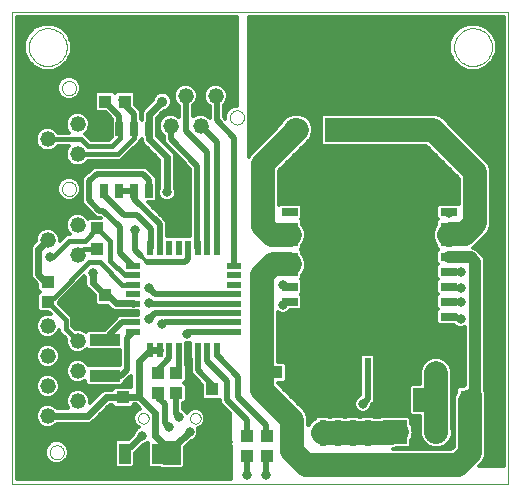
<source format=gbl>
G75*
%MOIN*%
%OFA0B0*%
%FSLAX24Y24*%
%IPPOS*%
%LPD*%
%AMOC8*
5,1,8,0,0,1.08239X$1,22.5*
%
%ADD10C,0.0000*%
%ADD11R,0.0551X0.0276*%
%ADD12R,0.1102X0.0846*%
%ADD13R,0.0433X0.0394*%
%ADD14R,0.0413X0.0425*%
%ADD15R,0.0500X0.0220*%
%ADD16R,0.0220X0.0500*%
%ADD17C,0.0520*%
%ADD18R,0.0630X0.0710*%
%ADD19R,0.0394X0.0709*%
%ADD20R,0.0240X0.0870*%
%ADD21R,0.0425X0.0413*%
%ADD22R,0.0800X0.0800*%
%ADD23C,0.0800*%
%ADD24R,0.0591X0.0787*%
%ADD25OC8,0.0630*%
%ADD26C,0.0630*%
%ADD27R,0.1024X0.0394*%
%ADD28R,0.0250X0.0500*%
%ADD29R,0.0394X0.0433*%
%ADD30C,0.0317*%
%ADD31C,0.0197*%
%ADD32C,0.0118*%
%ADD33C,0.0787*%
%ADD34C,0.0394*%
%ADD35C,0.0157*%
%ADD36C,0.0160*%
%ADD37C,0.0236*%
%ADD38C,0.0356*%
%ADD39R,0.0472X0.0472*%
D10*
X000159Y001847D02*
X000159Y017595D01*
X016694Y017595D01*
X016694Y001847D01*
X000159Y001847D01*
X001399Y002910D02*
X001401Y002940D01*
X001407Y002970D01*
X001416Y002999D01*
X001429Y003026D01*
X001446Y003051D01*
X001465Y003074D01*
X001488Y003095D01*
X001513Y003112D01*
X001539Y003126D01*
X001568Y003136D01*
X001597Y003143D01*
X001627Y003146D01*
X001658Y003145D01*
X001688Y003140D01*
X001717Y003131D01*
X001744Y003119D01*
X001770Y003104D01*
X001794Y003085D01*
X001815Y003063D01*
X001833Y003039D01*
X001848Y003012D01*
X001859Y002984D01*
X001867Y002955D01*
X001871Y002925D01*
X001871Y002895D01*
X001867Y002865D01*
X001859Y002836D01*
X001848Y002808D01*
X001833Y002781D01*
X001815Y002757D01*
X001794Y002735D01*
X001770Y002716D01*
X001744Y002701D01*
X001717Y002689D01*
X001688Y002680D01*
X001658Y002675D01*
X001627Y002674D01*
X001597Y002677D01*
X001568Y002684D01*
X001539Y002694D01*
X001513Y002708D01*
X001488Y002725D01*
X001465Y002746D01*
X001446Y002769D01*
X001429Y002794D01*
X001416Y002821D01*
X001407Y002850D01*
X001401Y002880D01*
X001399Y002910D01*
X004348Y004044D02*
X004350Y004070D01*
X004356Y004096D01*
X004366Y004121D01*
X004379Y004144D01*
X004395Y004164D01*
X004415Y004182D01*
X004437Y004197D01*
X004460Y004209D01*
X004486Y004217D01*
X004512Y004221D01*
X004538Y004221D01*
X004564Y004217D01*
X004590Y004209D01*
X004614Y004197D01*
X004635Y004182D01*
X004655Y004164D01*
X004671Y004144D01*
X004684Y004121D01*
X004694Y004096D01*
X004700Y004070D01*
X004702Y004044D01*
X004700Y004018D01*
X004694Y003992D01*
X004684Y003967D01*
X004671Y003944D01*
X004655Y003924D01*
X004635Y003906D01*
X004613Y003891D01*
X004590Y003879D01*
X004564Y003871D01*
X004538Y003867D01*
X004512Y003867D01*
X004486Y003871D01*
X004460Y003879D01*
X004436Y003891D01*
X004415Y003906D01*
X004395Y003924D01*
X004379Y003944D01*
X004366Y003967D01*
X004356Y003992D01*
X004350Y004018D01*
X004348Y004044D01*
X006080Y004044D02*
X006082Y004070D01*
X006088Y004096D01*
X006098Y004121D01*
X006111Y004144D01*
X006127Y004164D01*
X006147Y004182D01*
X006169Y004197D01*
X006192Y004209D01*
X006218Y004217D01*
X006244Y004221D01*
X006270Y004221D01*
X006296Y004217D01*
X006322Y004209D01*
X006346Y004197D01*
X006367Y004182D01*
X006387Y004164D01*
X006403Y004144D01*
X006416Y004121D01*
X006426Y004096D01*
X006432Y004070D01*
X006434Y004044D01*
X006432Y004018D01*
X006426Y003992D01*
X006416Y003967D01*
X006403Y003944D01*
X006387Y003924D01*
X006367Y003906D01*
X006345Y003891D01*
X006322Y003879D01*
X006296Y003871D01*
X006270Y003867D01*
X006244Y003867D01*
X006218Y003871D01*
X006192Y003879D01*
X006168Y003891D01*
X006147Y003906D01*
X006127Y003924D01*
X006111Y003944D01*
X006098Y003967D01*
X006088Y003992D01*
X006082Y004018D01*
X006080Y004044D01*
X001813Y011690D02*
X001815Y011720D01*
X001821Y011750D01*
X001830Y011779D01*
X001843Y011806D01*
X001860Y011831D01*
X001879Y011854D01*
X001902Y011875D01*
X001927Y011892D01*
X001953Y011906D01*
X001982Y011916D01*
X002011Y011923D01*
X002041Y011926D01*
X002072Y011925D01*
X002102Y011920D01*
X002131Y011911D01*
X002158Y011899D01*
X002184Y011884D01*
X002208Y011865D01*
X002229Y011843D01*
X002247Y011819D01*
X002262Y011792D01*
X002273Y011764D01*
X002281Y011735D01*
X002285Y011705D01*
X002285Y011675D01*
X002281Y011645D01*
X002273Y011616D01*
X002262Y011588D01*
X002247Y011561D01*
X002229Y011537D01*
X002208Y011515D01*
X002184Y011496D01*
X002158Y011481D01*
X002131Y011469D01*
X002102Y011460D01*
X002072Y011455D01*
X002041Y011454D01*
X002011Y011457D01*
X001982Y011464D01*
X001953Y011474D01*
X001927Y011488D01*
X001902Y011505D01*
X001879Y011526D01*
X001860Y011549D01*
X001843Y011574D01*
X001830Y011601D01*
X001821Y011630D01*
X001815Y011660D01*
X001813Y011690D01*
X001813Y015048D02*
X001815Y015078D01*
X001821Y015108D01*
X001830Y015137D01*
X001843Y015164D01*
X001860Y015189D01*
X001879Y015212D01*
X001902Y015233D01*
X001927Y015250D01*
X001953Y015264D01*
X001982Y015274D01*
X002011Y015281D01*
X002041Y015284D01*
X002072Y015283D01*
X002102Y015278D01*
X002131Y015269D01*
X002158Y015257D01*
X002184Y015242D01*
X002208Y015223D01*
X002229Y015201D01*
X002247Y015177D01*
X002262Y015150D01*
X002273Y015122D01*
X002281Y015093D01*
X002285Y015063D01*
X002285Y015033D01*
X002281Y015003D01*
X002273Y014974D01*
X002262Y014946D01*
X002247Y014919D01*
X002229Y014895D01*
X002208Y014873D01*
X002184Y014854D01*
X002158Y014839D01*
X002131Y014827D01*
X002102Y014818D01*
X002072Y014813D01*
X002041Y014812D01*
X002011Y014815D01*
X001982Y014822D01*
X001953Y014832D01*
X001927Y014846D01*
X001902Y014863D01*
X001879Y014884D01*
X001860Y014907D01*
X001843Y014932D01*
X001830Y014959D01*
X001821Y014988D01*
X001815Y015018D01*
X001813Y015048D01*
X000710Y016414D02*
X000712Y016464D01*
X000718Y016514D01*
X000728Y016563D01*
X000742Y016611D01*
X000759Y016658D01*
X000780Y016703D01*
X000805Y016747D01*
X000833Y016788D01*
X000865Y016827D01*
X000899Y016864D01*
X000936Y016898D01*
X000976Y016928D01*
X001018Y016955D01*
X001062Y016979D01*
X001108Y017000D01*
X001155Y017016D01*
X001203Y017029D01*
X001253Y017038D01*
X001302Y017043D01*
X001353Y017044D01*
X001403Y017041D01*
X001452Y017034D01*
X001501Y017023D01*
X001549Y017008D01*
X001595Y016990D01*
X001640Y016968D01*
X001683Y016942D01*
X001724Y016913D01*
X001763Y016881D01*
X001799Y016846D01*
X001831Y016808D01*
X001861Y016768D01*
X001888Y016725D01*
X001911Y016681D01*
X001930Y016635D01*
X001946Y016587D01*
X001958Y016538D01*
X001966Y016489D01*
X001970Y016439D01*
X001970Y016389D01*
X001966Y016339D01*
X001958Y016290D01*
X001946Y016241D01*
X001930Y016193D01*
X001911Y016147D01*
X001888Y016103D01*
X001861Y016060D01*
X001831Y016020D01*
X001799Y015982D01*
X001763Y015947D01*
X001724Y015915D01*
X001683Y015886D01*
X001640Y015860D01*
X001595Y015838D01*
X001549Y015820D01*
X001501Y015805D01*
X001452Y015794D01*
X001403Y015787D01*
X001353Y015784D01*
X001302Y015785D01*
X001253Y015790D01*
X001203Y015799D01*
X001155Y015812D01*
X001108Y015828D01*
X001062Y015849D01*
X001018Y015873D01*
X000976Y015900D01*
X000936Y015930D01*
X000899Y015964D01*
X000865Y016001D01*
X000833Y016040D01*
X000805Y016081D01*
X000780Y016125D01*
X000759Y016170D01*
X000742Y016217D01*
X000728Y016265D01*
X000718Y016314D01*
X000712Y016364D01*
X000710Y016414D01*
X007407Y014072D02*
X007409Y014102D01*
X007415Y014132D01*
X007424Y014161D01*
X007437Y014188D01*
X007454Y014213D01*
X007473Y014236D01*
X007496Y014257D01*
X007521Y014274D01*
X007547Y014288D01*
X007576Y014298D01*
X007605Y014305D01*
X007635Y014308D01*
X007666Y014307D01*
X007696Y014302D01*
X007725Y014293D01*
X007752Y014281D01*
X007778Y014266D01*
X007802Y014247D01*
X007823Y014225D01*
X007841Y014201D01*
X007856Y014174D01*
X007867Y014146D01*
X007875Y014117D01*
X007879Y014087D01*
X007879Y014057D01*
X007875Y014027D01*
X007867Y013998D01*
X007856Y013970D01*
X007841Y013943D01*
X007823Y013919D01*
X007802Y013897D01*
X007778Y013878D01*
X007752Y013863D01*
X007725Y013851D01*
X007696Y013842D01*
X007666Y013837D01*
X007635Y013836D01*
X007605Y013839D01*
X007576Y013846D01*
X007547Y013856D01*
X007521Y013870D01*
X007496Y013887D01*
X007473Y013908D01*
X007454Y013931D01*
X007437Y013956D01*
X007424Y013983D01*
X007415Y014012D01*
X007409Y014042D01*
X007407Y014072D01*
X014883Y016414D02*
X014885Y016464D01*
X014891Y016514D01*
X014901Y016563D01*
X014915Y016611D01*
X014932Y016658D01*
X014953Y016703D01*
X014978Y016747D01*
X015006Y016788D01*
X015038Y016827D01*
X015072Y016864D01*
X015109Y016898D01*
X015149Y016928D01*
X015191Y016955D01*
X015235Y016979D01*
X015281Y017000D01*
X015328Y017016D01*
X015376Y017029D01*
X015426Y017038D01*
X015475Y017043D01*
X015526Y017044D01*
X015576Y017041D01*
X015625Y017034D01*
X015674Y017023D01*
X015722Y017008D01*
X015768Y016990D01*
X015813Y016968D01*
X015856Y016942D01*
X015897Y016913D01*
X015936Y016881D01*
X015972Y016846D01*
X016004Y016808D01*
X016034Y016768D01*
X016061Y016725D01*
X016084Y016681D01*
X016103Y016635D01*
X016119Y016587D01*
X016131Y016538D01*
X016139Y016489D01*
X016143Y016439D01*
X016143Y016389D01*
X016139Y016339D01*
X016131Y016290D01*
X016119Y016241D01*
X016103Y016193D01*
X016084Y016147D01*
X016061Y016103D01*
X016034Y016060D01*
X016004Y016020D01*
X015972Y015982D01*
X015936Y015947D01*
X015897Y015915D01*
X015856Y015886D01*
X015813Y015860D01*
X015768Y015838D01*
X015722Y015820D01*
X015674Y015805D01*
X015625Y015794D01*
X015576Y015787D01*
X015526Y015784D01*
X015475Y015785D01*
X015426Y015790D01*
X015376Y015799D01*
X015328Y015812D01*
X015281Y015828D01*
X015235Y015849D01*
X015191Y015873D01*
X015149Y015900D01*
X015109Y015930D01*
X015072Y015964D01*
X015038Y016001D01*
X015006Y016040D01*
X014978Y016081D01*
X014953Y016125D01*
X014932Y016170D01*
X014915Y016217D01*
X014901Y016265D01*
X014891Y016314D01*
X014885Y016364D01*
X014883Y016414D01*
D11*
X014707Y011920D03*
X014707Y011420D03*
X014707Y010920D03*
X014707Y010420D03*
X014707Y009920D03*
X014707Y009420D03*
X014707Y008920D03*
X014707Y008420D03*
X014707Y007920D03*
X014707Y007420D03*
X009407Y007420D03*
X009407Y007920D03*
X009407Y008420D03*
X009407Y008920D03*
X009407Y009420D03*
X009407Y009920D03*
X009407Y010420D03*
X009407Y010920D03*
X009407Y011420D03*
X009407Y011920D03*
D12*
X012057Y012520D03*
X012057Y006820D03*
D13*
X008639Y003454D03*
X007990Y003458D03*
X007990Y002788D03*
X008639Y002784D03*
X005616Y004883D03*
X005017Y004883D03*
X005017Y005552D03*
X005616Y005552D03*
X002994Y009702D03*
X002994Y010371D03*
X001340Y008599D03*
X001340Y007930D03*
D14*
X006137Y005005D03*
X006826Y005005D03*
X008960Y005580D03*
X009649Y005580D03*
D15*
X007554Y006922D03*
X007554Y007237D03*
X007554Y007552D03*
X007554Y007867D03*
X007554Y008182D03*
X007554Y008497D03*
X007554Y008812D03*
X007554Y009127D03*
X004174Y009127D03*
X004174Y008812D03*
X004174Y008497D03*
X004174Y008182D03*
X004174Y007867D03*
X004174Y007552D03*
X004174Y007237D03*
X004174Y006922D03*
D16*
X004761Y006335D03*
X005076Y006335D03*
X005391Y006335D03*
X005706Y006335D03*
X006021Y006335D03*
X006336Y006335D03*
X006651Y006335D03*
X006966Y006335D03*
X006966Y009715D03*
X006651Y009715D03*
X006336Y009715D03*
X006021Y009715D03*
X005706Y009715D03*
X005391Y009715D03*
X005076Y009715D03*
X004761Y009715D03*
D17*
X002332Y009483D03*
X002332Y010483D03*
X001332Y009983D03*
X001332Y010983D03*
X002332Y012838D03*
X002332Y013838D03*
X001332Y014338D03*
X001332Y013338D03*
X005433Y013788D03*
X006433Y013788D03*
X006933Y014788D03*
X005933Y014788D03*
X001336Y007117D03*
X001336Y006117D03*
X001336Y005117D03*
X001336Y004117D03*
X002336Y003617D03*
X002336Y004617D03*
X002336Y005617D03*
X002336Y006617D03*
D18*
X014284Y004631D03*
X015404Y004631D03*
D19*
X005009Y002863D03*
X003907Y002863D03*
D20*
X010496Y003558D03*
X010996Y003558D03*
X011496Y003558D03*
X011996Y003558D03*
X011996Y005618D03*
X011496Y005618D03*
X010996Y005618D03*
X010496Y005618D03*
D21*
X003844Y004743D03*
X003844Y004054D03*
X003254Y007460D03*
X003254Y008149D03*
D22*
X010986Y013658D03*
X012915Y003580D03*
D23*
X014293Y003580D03*
X009608Y013658D03*
D24*
X012639Y004643D03*
X013820Y004643D03*
X006655Y002871D03*
X005474Y002871D03*
D25*
X012884Y005548D03*
D26*
X014284Y005548D03*
D27*
X003230Y005469D03*
X003230Y006060D03*
X003230Y006651D03*
D28*
X003228Y011631D03*
X003728Y011631D03*
X004228Y011631D03*
X004728Y011631D03*
X004728Y013671D03*
X004228Y013671D03*
X003728Y013671D03*
X003228Y013671D03*
D29*
X003246Y014595D03*
X003915Y014595D03*
D30*
X003702Y016808D03*
X002915Y016808D03*
X004490Y016808D03*
X005277Y016808D03*
X006065Y016808D03*
X006852Y016808D03*
X008427Y016808D03*
X009214Y016808D03*
X010002Y016808D03*
X010789Y016808D03*
X011576Y016808D03*
X012364Y016808D03*
X013151Y016808D03*
X013939Y016808D03*
X016222Y014840D03*
X016222Y014052D03*
X016222Y013265D03*
X014726Y010902D03*
X016222Y009328D03*
X016222Y008540D03*
X016222Y007753D03*
X016222Y006965D03*
X016222Y006178D03*
X016222Y005391D03*
X016222Y004603D03*
X016222Y003816D03*
X016222Y003028D03*
X015100Y007340D03*
X015100Y007910D03*
X015100Y008402D03*
X015100Y008934D03*
X011852Y004525D03*
X009332Y006375D03*
X009332Y006887D03*
X009175Y007832D03*
X009175Y008501D03*
X008702Y005273D03*
X006025Y004446D03*
X005710Y004091D03*
X005395Y003737D03*
X006065Y003580D03*
X004490Y003462D03*
X003624Y006060D03*
X004726Y007359D03*
X005159Y007202D03*
X004726Y007871D03*
X004726Y008383D03*
X005986Y006847D03*
X002836Y008895D03*
X002443Y008304D03*
X002009Y007871D03*
X000631Y007753D03*
X000631Y006965D03*
X000631Y006178D03*
X000631Y005391D03*
X000631Y004603D03*
X000631Y003816D03*
X000631Y003028D03*
X000631Y008540D03*
X000631Y009328D03*
X000631Y010115D03*
X000631Y010902D03*
X000631Y011690D03*
X000631Y012477D03*
X000631Y013265D03*
X000631Y014052D03*
X000631Y014840D03*
X004254Y010312D03*
X005317Y011572D03*
X005840Y011580D03*
X001419Y009406D03*
X007994Y002162D03*
X008624Y002162D03*
D31*
X008624Y002769D01*
X008639Y002784D01*
X007994Y002749D02*
X007994Y002162D01*
X007994Y002749D02*
X007990Y002753D01*
X008624Y003469D02*
X008624Y003816D01*
X007679Y004761D01*
X007679Y005425D01*
X006966Y006138D01*
X006966Y006335D01*
X006651Y006335D02*
X006651Y005946D01*
X007324Y005273D01*
X007324Y004643D01*
X007994Y003973D01*
X007994Y003572D01*
X006826Y005005D02*
X006826Y005158D01*
X006336Y005649D01*
X006336Y006335D01*
X006021Y006335D02*
X006021Y005160D01*
X006137Y005005D01*
X006025Y005117D01*
X005616Y004883D02*
X005616Y004194D01*
X005710Y004091D01*
X005395Y003737D02*
X005238Y003895D01*
X005238Y004505D01*
X005017Y004725D01*
X005017Y004883D01*
X005017Y005552D02*
X005017Y005662D01*
X005395Y006040D01*
X005395Y006331D01*
X005706Y006335D02*
X005706Y005599D01*
X005616Y005552D01*
X004761Y006214D02*
X004761Y006335D01*
X004174Y006922D02*
X003978Y006726D01*
X003978Y005666D01*
X003781Y005469D01*
X003230Y005469D01*
X003230Y006060D02*
X003624Y006060D01*
X003387Y006808D02*
X003817Y007237D01*
X004174Y007237D01*
X004726Y007359D02*
X004923Y007556D01*
X007554Y007556D01*
X007554Y007867D02*
X004730Y007867D01*
X004927Y008182D02*
X004726Y008383D01*
X004927Y008182D02*
X007554Y008182D01*
X007554Y009127D02*
X007561Y009134D01*
X007561Y013383D01*
X006970Y013973D01*
X006970Y014751D01*
X006933Y014788D01*
X005946Y014775D02*
X005933Y014788D01*
X005946Y014775D02*
X005946Y013619D01*
X006651Y012914D01*
X006651Y009715D01*
X006336Y009715D02*
X006324Y009726D01*
X006324Y012454D01*
X005435Y013343D01*
X005435Y013786D01*
X005433Y013788D01*
X006433Y013788D02*
X006966Y013255D01*
X006966Y009715D01*
X006021Y009715D02*
X006021Y009363D01*
X005907Y009249D01*
X004647Y009249D01*
X004450Y009446D02*
X004254Y009643D01*
X004254Y010312D01*
X004769Y010363D02*
X004301Y010832D01*
X003895Y010832D01*
X003228Y011499D01*
X003228Y011631D01*
X003728Y011631D02*
X004228Y011631D01*
X004228Y011353D01*
X005076Y010505D01*
X005076Y009715D01*
X005080Y009718D01*
X004769Y009722D02*
X004761Y009715D01*
X004765Y009718D01*
X004769Y009722D02*
X004769Y010363D01*
X003738Y010422D02*
X003738Y009563D01*
X004174Y009127D01*
X003738Y010422D02*
X003191Y010969D01*
X003061Y010969D01*
X002726Y011304D01*
X002726Y011958D01*
X002966Y012198D01*
X004502Y012198D01*
X004728Y011971D01*
X004728Y011631D01*
X004228Y013671D02*
X004218Y013680D01*
X004218Y014186D01*
X003915Y014489D01*
X003915Y014595D01*
X003923Y014603D01*
X003915Y014595D02*
X003781Y014666D01*
X003246Y014595D02*
X003728Y014113D01*
X003728Y013671D01*
X004228Y013671D02*
X004234Y013676D01*
X009407Y010420D02*
X009407Y010154D01*
X009407Y009920D01*
X009407Y009420D02*
X009407Y009170D01*
X009407Y008920D01*
X009411Y008464D02*
X009175Y008501D01*
X009411Y007916D02*
X009175Y007832D01*
X007554Y007237D02*
X005234Y007237D01*
X005159Y007202D01*
X005986Y006847D02*
X006061Y006922D01*
X007554Y006922D01*
X008466Y005784D02*
X008789Y005682D01*
X008891Y005580D01*
X008960Y005580D01*
X008789Y005682D02*
X008702Y005273D01*
X005592Y003147D02*
X005474Y003147D01*
X005435Y003107D01*
X005277Y003107D01*
X005474Y003147D02*
X005474Y002871D01*
X005002Y002871D01*
X004962Y002832D01*
X005198Y002832D01*
X005198Y002674D01*
X005198Y002832D02*
X005474Y002832D01*
X005513Y002871D01*
X005474Y002871D01*
X005017Y002871D01*
X005009Y002863D01*
X004490Y003462D02*
X004080Y003052D01*
X004017Y003052D01*
X003907Y002863D01*
X003844Y004743D02*
X003862Y004761D01*
X011852Y004525D02*
X011996Y004696D01*
X011996Y005618D01*
X013820Y004643D02*
X014272Y004525D01*
X014284Y004631D01*
X015100Y007340D02*
X014886Y007438D01*
X014815Y007920D02*
X015100Y007910D01*
X015100Y008402D02*
X014746Y008402D01*
X014707Y009920D02*
X014707Y010154D01*
X014707Y010420D01*
D32*
X014347Y010670D02*
X014292Y010616D01*
X014292Y010493D01*
X014255Y010456D01*
X014174Y010260D01*
X014174Y010048D01*
X014255Y009853D01*
X014292Y009816D01*
X014292Y009725D01*
X014347Y009670D01*
X014292Y009616D01*
X014292Y009225D01*
X014347Y009170D01*
X014292Y009116D01*
X014292Y008725D01*
X014347Y008670D01*
X014292Y008616D01*
X014292Y008225D01*
X014347Y008170D01*
X014292Y008116D01*
X014292Y007725D01*
X014347Y007670D01*
X014292Y007616D01*
X014292Y007225D01*
X014374Y007143D01*
X014875Y007143D01*
X014931Y007087D01*
X015041Y007042D01*
X015159Y007042D01*
X015256Y007082D01*
X015256Y005146D01*
X015204Y005125D01*
X015031Y005125D01*
X014950Y005043D01*
X014950Y004927D01*
X014871Y004737D01*
X014871Y003100D01*
X014781Y003010D01*
X012830Y003010D01*
X012860Y003022D01*
X012987Y003041D01*
X013373Y003041D01*
X013454Y003122D01*
X013454Y003299D01*
X013460Y003314D01*
X013483Y003345D01*
X013500Y003411D01*
X013526Y003474D01*
X013526Y003512D01*
X013536Y003550D01*
X013526Y003618D01*
X013526Y003686D01*
X013512Y003721D01*
X013506Y003760D01*
X013471Y003819D01*
X013454Y003861D01*
X013454Y004037D01*
X013373Y004119D01*
X013036Y004119D01*
X013023Y004122D01*
X013000Y004119D01*
X012457Y004119D01*
X012412Y004073D01*
X012304Y004073D01*
X012227Y004078D01*
X012173Y004132D01*
X011818Y004132D01*
X011777Y004090D01*
X011715Y004090D01*
X011673Y004132D01*
X011318Y004132D01*
X011277Y004090D01*
X011215Y004090D01*
X011173Y004132D01*
X010818Y004132D01*
X010777Y004090D01*
X010715Y004090D01*
X010673Y004132D01*
X010318Y004132D01*
X010237Y004050D01*
X010237Y004027D01*
X010194Y004009D01*
X010044Y003859D01*
X010023Y003807D01*
X010023Y004079D01*
X009941Y004275D01*
X009000Y005217D01*
X009000Y005228D01*
X009225Y005228D01*
X009306Y005309D01*
X009306Y005850D01*
X009225Y005931D01*
X008999Y005931D01*
X008999Y007587D01*
X009006Y007579D01*
X009116Y007534D01*
X009234Y007534D01*
X009343Y007579D01*
X009407Y007643D01*
X009740Y007643D01*
X009821Y007725D01*
X009821Y008116D01*
X009767Y008170D01*
X009821Y008225D01*
X009821Y008616D01*
X009767Y008670D01*
X009821Y008725D01*
X009821Y008831D01*
X009858Y008868D01*
X009939Y009064D01*
X009939Y009276D01*
X009858Y009472D01*
X009821Y009509D01*
X009821Y009616D01*
X009767Y009670D01*
X009821Y009725D01*
X009821Y009816D01*
X009858Y009853D01*
X009939Y010048D01*
X009939Y010260D01*
X009858Y010456D01*
X009821Y010493D01*
X009821Y010616D01*
X009767Y010670D01*
X009821Y010725D01*
X009821Y011116D01*
X009740Y011197D01*
X009074Y011197D01*
X009038Y011162D01*
X009038Y012296D01*
X010099Y013357D01*
X010180Y013552D01*
X010180Y013764D01*
X010099Y013960D01*
X009949Y014110D01*
X009753Y014191D01*
X009730Y014191D01*
X009715Y014197D01*
X009501Y014197D01*
X009303Y014115D01*
X009151Y013964D01*
X009117Y013881D01*
X008204Y012968D01*
X008054Y012818D01*
X008033Y012768D01*
X008033Y013980D01*
X008039Y013993D01*
X008039Y014150D01*
X008033Y014164D01*
X008033Y017436D01*
X016535Y017436D01*
X016535Y002438D01*
X015716Y002438D01*
X015856Y002578D01*
X015937Y002774D01*
X015937Y004628D01*
X015938Y004631D01*
X015937Y004678D01*
X015942Y004724D01*
X015936Y004744D01*
X015928Y005080D01*
X015928Y009316D01*
X015877Y009439D01*
X015719Y009597D01*
X015625Y009691D01*
X015521Y009734D01*
X015540Y009742D01*
X015689Y009892D01*
X016044Y010246D01*
X016125Y010442D01*
X016125Y012347D01*
X016044Y012543D01*
X015894Y012693D01*
X014477Y014110D01*
X014281Y014191D01*
X011450Y014191D01*
X011443Y014197D01*
X010528Y014197D01*
X010447Y014116D01*
X010447Y013201D01*
X010528Y013119D01*
X011443Y013119D01*
X011450Y013126D01*
X013954Y013126D01*
X015059Y012020D01*
X015059Y011178D01*
X015040Y011197D01*
X014792Y011197D01*
X014785Y011200D01*
X014667Y011200D01*
X014660Y011197D01*
X014374Y011197D01*
X014292Y011116D01*
X014292Y010725D01*
X014347Y010670D01*
X014307Y010710D02*
X009806Y010710D01*
X009821Y010826D02*
X014292Y010826D01*
X014292Y010943D02*
X009821Y010943D01*
X009821Y011060D02*
X014292Y011060D01*
X014353Y011176D02*
X009761Y011176D01*
X009821Y010593D02*
X014292Y010593D01*
X014275Y010477D02*
X009838Y010477D01*
X009898Y010360D02*
X014215Y010360D01*
X014174Y010243D02*
X009939Y010243D01*
X009939Y010127D02*
X014174Y010127D01*
X014190Y010010D02*
X009924Y010010D01*
X009875Y009893D02*
X014238Y009893D01*
X014292Y009777D02*
X009821Y009777D01*
X009777Y009660D02*
X014337Y009660D01*
X014292Y009544D02*
X009821Y009544D01*
X009877Y009427D02*
X014292Y009427D01*
X014292Y009310D02*
X009925Y009310D01*
X009939Y009194D02*
X014323Y009194D01*
X014292Y009077D02*
X009939Y009077D01*
X009897Y008961D02*
X014292Y008961D01*
X014292Y008844D02*
X009834Y008844D01*
X009821Y008727D02*
X014292Y008727D01*
X014292Y008611D02*
X009821Y008611D01*
X009821Y008494D02*
X014292Y008494D01*
X014292Y008378D02*
X009821Y008378D01*
X009821Y008261D02*
X014292Y008261D01*
X014321Y008144D02*
X009793Y008144D01*
X009821Y008028D02*
X014292Y008028D01*
X014292Y007911D02*
X009821Y007911D01*
X009821Y007795D02*
X014292Y007795D01*
X014339Y007678D02*
X009774Y007678D01*
X009411Y007916D02*
X009407Y007920D01*
X009300Y007561D02*
X014292Y007561D01*
X014292Y007445D02*
X008999Y007445D01*
X008999Y007561D02*
X009050Y007561D01*
X008999Y007328D02*
X014292Y007328D01*
X014305Y007211D02*
X008999Y007211D01*
X008999Y007095D02*
X014924Y007095D01*
X015256Y006978D02*
X008999Y006978D01*
X008999Y006862D02*
X015256Y006862D01*
X015256Y006745D02*
X008999Y006745D01*
X008999Y006628D02*
X015256Y006628D01*
X015256Y006512D02*
X008999Y006512D01*
X008999Y006395D02*
X015256Y006395D01*
X015256Y006279D02*
X008999Y006279D01*
X008999Y006162D02*
X011788Y006162D01*
X011818Y006192D02*
X011737Y006110D01*
X011737Y005125D01*
X011758Y005103D01*
X011758Y004808D01*
X011683Y004777D01*
X011600Y004693D01*
X011554Y004584D01*
X011554Y004465D01*
X011600Y004356D01*
X011683Y004272D01*
X011793Y004227D01*
X011911Y004227D01*
X012020Y004272D01*
X012104Y004356D01*
X012149Y004465D01*
X012149Y004510D01*
X012171Y004535D01*
X012233Y004597D01*
X012233Y004609D01*
X012241Y004619D01*
X012233Y004706D01*
X012233Y005103D01*
X012255Y005125D01*
X012255Y006110D01*
X012173Y006192D01*
X011818Y006192D01*
X011737Y006045D02*
X008999Y006045D01*
X009227Y005929D02*
X011737Y005929D01*
X011737Y005812D02*
X009306Y005812D01*
X009306Y005696D02*
X011737Y005696D01*
X011737Y005579D02*
X009306Y005579D01*
X009306Y005462D02*
X011737Y005462D01*
X011737Y005346D02*
X009306Y005346D01*
X009226Y005229D02*
X011737Y005229D01*
X011749Y005112D02*
X009104Y005112D01*
X009221Y004996D02*
X011758Y004996D01*
X011758Y004879D02*
X009337Y004879D01*
X009454Y004763D02*
X011669Y004763D01*
X011580Y004646D02*
X009571Y004646D01*
X009687Y004529D02*
X011554Y004529D01*
X011576Y004413D02*
X009804Y004413D01*
X009920Y004296D02*
X011660Y004296D01*
X012044Y004296D02*
X013386Y004296D01*
X013386Y004191D02*
X013468Y004110D01*
X013760Y004110D01*
X013760Y003702D01*
X013754Y003687D01*
X013754Y003472D01*
X013836Y003274D01*
X013988Y003123D01*
X014186Y003041D01*
X014400Y003041D01*
X014598Y003123D01*
X014750Y003274D01*
X014832Y003472D01*
X014832Y003687D01*
X014826Y003702D01*
X014826Y004417D01*
X014832Y004435D01*
X014826Y004522D01*
X014826Y004610D01*
X014818Y004627D01*
X014817Y004649D01*
X014817Y005654D01*
X014736Y005850D01*
X014586Y006000D01*
X014390Y006081D01*
X014178Y006081D01*
X013982Y006000D01*
X013833Y005850D01*
X013751Y005654D01*
X013751Y005175D01*
X013468Y005175D01*
X013386Y005094D01*
X013386Y004191D01*
X013398Y004180D02*
X009981Y004180D01*
X010023Y004063D02*
X010249Y004063D01*
X010131Y003946D02*
X010023Y003946D01*
X010023Y003830D02*
X010032Y003830D01*
X008639Y003454D02*
X008624Y003469D01*
X008092Y003434D02*
X007990Y003458D01*
X007994Y003572D01*
X007425Y003597D02*
X006362Y003597D01*
X006362Y003639D02*
X006332Y003711D01*
X006448Y003759D01*
X006543Y003854D01*
X006594Y003977D01*
X006594Y004111D01*
X006543Y004235D01*
X006448Y004329D01*
X006324Y004380D01*
X006191Y004380D01*
X006067Y004329D01*
X005973Y004235D01*
X005962Y004260D01*
X005879Y004344D01*
X005853Y004354D01*
X005853Y004547D01*
X005890Y004547D01*
X005971Y004628D01*
X005971Y005137D01*
X005891Y005217D01*
X005971Y005298D01*
X005971Y005807D01*
X005944Y005834D01*
X005944Y006015D01*
X005955Y006027D01*
X005955Y006550D01*
X006045Y006550D01*
X006087Y006567D01*
X006087Y006027D01*
X006099Y006015D01*
X006099Y005550D01*
X006481Y005168D01*
X006481Y004735D01*
X006562Y004653D01*
X007087Y004653D01*
X007087Y004544D01*
X007226Y004405D01*
X007419Y004212D01*
X007441Y002006D01*
X000318Y002006D01*
X000318Y017436D01*
X007639Y017436D01*
X007639Y014467D01*
X007565Y014467D01*
X007419Y014407D01*
X007308Y014296D01*
X007248Y014150D01*
X007248Y014031D01*
X007208Y014072D01*
X007208Y014499D01*
X007271Y014562D01*
X007332Y014709D01*
X007332Y014868D01*
X007271Y015014D01*
X007159Y015127D01*
X007012Y015187D01*
X006853Y015187D01*
X006707Y015127D01*
X006594Y015014D01*
X006534Y014868D01*
X006534Y014709D01*
X006594Y014562D01*
X006707Y014450D01*
X006733Y014439D01*
X006733Y014053D01*
X006659Y014127D01*
X006512Y014187D01*
X006353Y014187D01*
X006207Y014127D01*
X006184Y014104D01*
X006184Y014475D01*
X006271Y014562D01*
X006332Y014709D01*
X006332Y014868D01*
X006271Y015014D01*
X006159Y015127D01*
X006012Y015187D01*
X005853Y015187D01*
X005707Y015127D01*
X005594Y015014D01*
X005534Y014868D01*
X005534Y014709D01*
X005594Y014562D01*
X005707Y014450D01*
X005709Y014449D01*
X005709Y014076D01*
X005659Y014127D01*
X005512Y014187D01*
X005353Y014187D01*
X005207Y014127D01*
X005094Y014014D01*
X005034Y013868D01*
X005034Y013709D01*
X005094Y013562D01*
X005197Y013459D01*
X005197Y013245D01*
X005336Y013106D01*
X006087Y012355D01*
X006087Y010104D01*
X005314Y010104D01*
X005314Y010603D01*
X005175Y010742D01*
X004676Y011241D01*
X004911Y011241D01*
X004992Y011323D01*
X004992Y011938D01*
X004965Y011965D01*
X004965Y012070D01*
X004739Y012296D01*
X004600Y012435D01*
X002868Y012435D01*
X002628Y012195D01*
X002489Y012056D01*
X002489Y011206D01*
X002823Y010871D01*
X002962Y010732D01*
X003092Y010732D01*
X003117Y010707D01*
X002720Y010707D01*
X002686Y010673D01*
X002671Y010709D01*
X002558Y010822D01*
X002412Y010882D01*
X002253Y010882D01*
X002106Y010822D01*
X001994Y010709D01*
X001933Y010563D01*
X001933Y010404D01*
X001994Y010257D01*
X002076Y010175D01*
X001959Y010175D01*
X001831Y010048D01*
X001831Y010048D01*
X001731Y009948D01*
X001731Y010063D01*
X001671Y010209D01*
X001558Y010322D01*
X001412Y010382D01*
X001253Y010382D01*
X001106Y010322D01*
X000994Y010209D01*
X000933Y010063D01*
X000933Y009948D01*
X000807Y009822D01*
X000768Y009727D01*
X000768Y008866D01*
X000765Y008826D01*
X000768Y008815D01*
X000768Y008804D01*
X000784Y008767D01*
X000796Y008728D01*
X000803Y008720D01*
X000807Y008710D01*
X000836Y008681D01*
X000985Y008505D01*
X000985Y008345D01*
X001065Y008265D01*
X000985Y008185D01*
X000985Y007676D01*
X001066Y007594D01*
X001347Y007594D01*
X001431Y007510D01*
X001416Y007516D01*
X001257Y007516D01*
X001110Y007455D01*
X000998Y007343D01*
X000937Y007196D01*
X000937Y007038D01*
X000998Y006891D01*
X001110Y006779D01*
X001257Y006718D01*
X001416Y006718D01*
X001562Y006779D01*
X001675Y006891D01*
X001712Y006981D01*
X001712Y006932D01*
X001940Y006703D01*
X001937Y006696D01*
X001937Y006538D01*
X001998Y006391D01*
X002110Y006279D01*
X002257Y006218D01*
X002416Y006218D01*
X002562Y006279D01*
X002629Y006346D01*
X002661Y006315D01*
X003740Y006315D01*
X003740Y005805D01*
X002690Y005805D01*
X002675Y005843D01*
X002562Y005955D01*
X002416Y006016D01*
X002257Y006016D01*
X002110Y005955D01*
X001998Y005843D01*
X001937Y005696D01*
X001937Y005538D01*
X001998Y005391D01*
X002110Y005279D01*
X002257Y005218D01*
X002416Y005218D01*
X002562Y005279D01*
X002579Y005296D01*
X002579Y005215D01*
X002661Y005134D01*
X003799Y005134D01*
X003881Y005215D01*
X003881Y005233D01*
X004019Y005371D01*
X004114Y005467D01*
X004114Y005089D01*
X003574Y005089D01*
X003492Y005007D01*
X003492Y005000D01*
X003240Y005000D01*
X003145Y004961D01*
X003073Y004889D01*
X002735Y004551D01*
X002735Y004696D01*
X002675Y004843D01*
X002562Y004955D01*
X002416Y005016D01*
X002257Y005016D01*
X002110Y004955D01*
X001998Y004843D01*
X001937Y004696D01*
X001937Y004538D01*
X001998Y004391D01*
X002015Y004374D01*
X001643Y004374D01*
X001562Y004455D01*
X001416Y004516D01*
X001257Y004516D01*
X001110Y004455D01*
X000998Y004343D01*
X000937Y004196D01*
X000937Y004038D01*
X000998Y003891D01*
X001110Y003779D01*
X001257Y003718D01*
X001416Y003718D01*
X001562Y003779D01*
X001643Y003860D01*
X002716Y003860D01*
X002811Y003899D01*
X003397Y004486D01*
X003492Y004486D01*
X003492Y004479D01*
X003574Y004397D01*
X004114Y004397D01*
X004196Y004479D01*
X004196Y004504D01*
X004265Y004504D01*
X004409Y004360D01*
X004335Y004329D01*
X004240Y004235D01*
X004189Y004111D01*
X004189Y003977D01*
X004240Y003854D01*
X004335Y003759D01*
X004383Y003739D01*
X004321Y003714D01*
X004238Y003630D01*
X004192Y003521D01*
X004192Y003500D01*
X004049Y003357D01*
X003653Y003357D01*
X003571Y003275D01*
X003571Y002451D01*
X003653Y002370D01*
X004162Y002370D01*
X004243Y002451D01*
X004243Y002879D01*
X004318Y002954D01*
X004528Y003164D01*
X004549Y003164D01*
X004658Y003209D01*
X004674Y003225D01*
X004674Y002451D01*
X004755Y002370D01*
X005090Y002370D01*
X005121Y002338D01*
X005827Y002338D01*
X005908Y002420D01*
X005908Y003088D01*
X006121Y003282D01*
X006124Y003282D01*
X006233Y003327D01*
X006317Y003411D01*
X006362Y003520D01*
X006362Y003639D01*
X006337Y003713D02*
X007424Y003713D01*
X007423Y003830D02*
X006518Y003830D01*
X006581Y003946D02*
X007422Y003946D01*
X007420Y004063D02*
X006594Y004063D01*
X006565Y004180D02*
X007419Y004180D01*
X007335Y004296D02*
X006481Y004296D01*
X006481Y004763D02*
X005971Y004763D01*
X005971Y004879D02*
X006481Y004879D01*
X006481Y004996D02*
X005971Y004996D01*
X005971Y005112D02*
X006481Y005112D01*
X006420Y005229D02*
X005903Y005229D01*
X005971Y005346D02*
X006303Y005346D01*
X006187Y005462D02*
X005971Y005462D01*
X005971Y005579D02*
X006099Y005579D01*
X006099Y005696D02*
X005971Y005696D01*
X005966Y005812D02*
X006099Y005812D01*
X006099Y005929D02*
X005944Y005929D01*
X005955Y006045D02*
X006087Y006045D01*
X006087Y006162D02*
X005955Y006162D01*
X005955Y006279D02*
X006087Y006279D01*
X006087Y006395D02*
X005955Y006395D01*
X005955Y006512D02*
X006087Y006512D01*
X005395Y006331D02*
X005391Y006335D01*
X004114Y005462D02*
X004110Y005462D01*
X004114Y005346D02*
X003993Y005346D01*
X003881Y005229D02*
X004114Y005229D01*
X004114Y005112D02*
X001735Y005112D01*
X001735Y005038D02*
X001675Y004891D01*
X001562Y004779D01*
X001416Y004718D01*
X001257Y004718D01*
X001110Y004779D01*
X000998Y004891D01*
X000937Y005038D01*
X000937Y005196D01*
X000998Y005343D01*
X001110Y005455D01*
X001257Y005516D01*
X001416Y005516D01*
X001562Y005455D01*
X001675Y005343D01*
X001735Y005196D01*
X001735Y005038D01*
X001718Y004996D02*
X002208Y004996D01*
X002034Y004879D02*
X001663Y004879D01*
X001523Y004763D02*
X001965Y004763D01*
X001937Y004646D02*
X000318Y004646D01*
X000318Y004529D02*
X001941Y004529D01*
X001989Y004413D02*
X001605Y004413D01*
X001068Y004413D02*
X000318Y004413D01*
X000318Y004296D02*
X000978Y004296D01*
X000937Y004180D02*
X000318Y004180D01*
X000318Y004063D02*
X000937Y004063D01*
X000975Y003946D02*
X000318Y003946D01*
X000318Y003830D02*
X001059Y003830D01*
X001613Y003830D02*
X004264Y003830D01*
X004321Y003713D02*
X000318Y003713D01*
X000318Y003597D02*
X004224Y003597D01*
X004172Y003480D02*
X000318Y003480D01*
X000318Y003363D02*
X004056Y003363D01*
X004378Y003013D02*
X004674Y003013D01*
X004674Y002897D02*
X004261Y002897D01*
X004243Y002780D02*
X004674Y002780D01*
X004674Y002664D02*
X004243Y002664D01*
X004243Y002547D02*
X004674Y002547D01*
X004694Y002430D02*
X004222Y002430D01*
X003592Y002430D02*
X000318Y002430D01*
X000318Y002314D02*
X007438Y002314D01*
X007437Y002430D02*
X005908Y002430D01*
X005908Y002547D02*
X007436Y002547D01*
X007434Y002664D02*
X005908Y002664D01*
X005908Y002780D02*
X007433Y002780D01*
X007432Y002897D02*
X005908Y002897D01*
X005908Y003013D02*
X007431Y003013D01*
X007430Y003130D02*
X005955Y003130D01*
X006082Y003247D02*
X007429Y003247D01*
X007427Y003363D02*
X006269Y003363D01*
X006345Y003480D02*
X007426Y003480D01*
X007990Y002788D02*
X008009Y002769D01*
X007970Y002773D01*
X007990Y002753D01*
X007439Y002197D02*
X000318Y002197D01*
X000318Y002081D02*
X007440Y002081D01*
X007218Y004413D02*
X005853Y004413D01*
X005853Y004529D02*
X007102Y004529D01*
X007087Y004646D02*
X005971Y004646D01*
X005926Y004296D02*
X006034Y004296D01*
X004674Y003130D02*
X004494Y003130D01*
X004202Y003946D02*
X002858Y003946D01*
X002975Y004063D02*
X004189Y004063D01*
X004217Y004180D02*
X003091Y004180D01*
X003208Y004296D02*
X004302Y004296D01*
X004356Y004413D02*
X004130Y004413D01*
X003558Y004413D02*
X003324Y004413D01*
X002947Y004763D02*
X002708Y004763D01*
X002735Y004646D02*
X002830Y004646D01*
X002638Y004879D02*
X003063Y004879D01*
X003229Y004996D02*
X002465Y004996D01*
X002442Y005229D02*
X002579Y005229D01*
X002230Y005229D02*
X001722Y005229D01*
X001672Y005346D02*
X002043Y005346D01*
X001968Y005462D02*
X001546Y005462D01*
X001416Y005718D02*
X001257Y005718D01*
X001110Y005779D01*
X000998Y005891D01*
X000937Y006038D01*
X000937Y006196D01*
X000998Y006343D01*
X001110Y006455D01*
X001257Y006516D01*
X001416Y006516D01*
X001562Y006455D01*
X001675Y006343D01*
X001735Y006196D01*
X001735Y006038D01*
X001675Y005891D01*
X001562Y005779D01*
X001416Y005718D01*
X001596Y005812D02*
X001985Y005812D01*
X001937Y005696D02*
X000318Y005696D01*
X000318Y005812D02*
X001077Y005812D01*
X000982Y005929D02*
X000318Y005929D01*
X000318Y006045D02*
X000937Y006045D01*
X000937Y006162D02*
X000318Y006162D01*
X000318Y006279D02*
X000971Y006279D01*
X001050Y006395D02*
X000318Y006395D01*
X000318Y006512D02*
X001246Y006512D01*
X001426Y006512D02*
X001948Y006512D01*
X001937Y006628D02*
X000318Y006628D01*
X000318Y006745D02*
X001192Y006745D01*
X001027Y006862D02*
X000318Y006862D01*
X000318Y006978D02*
X000962Y006978D01*
X000937Y007095D02*
X000318Y007095D01*
X000318Y007211D02*
X000943Y007211D01*
X000992Y007328D02*
X000318Y007328D01*
X000318Y007445D02*
X001099Y007445D01*
X000985Y007678D02*
X000318Y007678D01*
X000318Y007795D02*
X000985Y007795D01*
X000985Y007911D02*
X000318Y007911D01*
X000318Y008028D02*
X000985Y008028D01*
X000985Y008144D02*
X000318Y008144D01*
X000318Y008261D02*
X001061Y008261D01*
X000985Y008378D02*
X000318Y008378D01*
X000318Y008494D02*
X000985Y008494D01*
X000895Y008611D02*
X000318Y008611D01*
X000318Y008727D02*
X000797Y008727D01*
X000766Y008844D02*
X000318Y008844D01*
X000318Y008961D02*
X000768Y008961D01*
X000768Y009077D02*
X000318Y009077D01*
X000318Y009194D02*
X000768Y009194D01*
X000768Y009310D02*
X000318Y009310D01*
X000318Y009427D02*
X000768Y009427D01*
X000768Y009544D02*
X000318Y009544D01*
X000318Y009660D02*
X000768Y009660D01*
X000789Y009777D02*
X000318Y009777D01*
X000318Y009893D02*
X000879Y009893D01*
X000933Y010010D02*
X000318Y010010D01*
X000318Y010127D02*
X000960Y010127D01*
X001028Y010243D02*
X000318Y010243D01*
X000318Y010360D02*
X001199Y010360D01*
X001466Y010360D02*
X001951Y010360D01*
X001933Y010477D02*
X000318Y010477D01*
X000318Y010593D02*
X001946Y010593D01*
X001995Y010710D02*
X000318Y010710D01*
X000318Y010826D02*
X002118Y010826D01*
X002518Y011176D02*
X000318Y011176D01*
X000318Y011060D02*
X002635Y011060D01*
X002751Y010943D02*
X000318Y010943D01*
X000318Y011293D02*
X002489Y011293D01*
X002489Y011409D02*
X002327Y011409D01*
X002273Y011355D02*
X002127Y011295D01*
X001970Y011295D01*
X001825Y011355D01*
X001714Y011466D01*
X001654Y011611D01*
X001654Y011769D01*
X001714Y011914D01*
X001825Y012025D01*
X001970Y012085D01*
X002127Y012085D01*
X002273Y012025D01*
X002384Y011914D01*
X002444Y011769D01*
X002444Y011611D01*
X002384Y011466D01*
X002273Y011355D01*
X002409Y011526D02*
X002489Y011526D01*
X002489Y011643D02*
X002444Y011643D01*
X002444Y011759D02*
X002489Y011759D01*
X002489Y011876D02*
X002400Y011876D01*
X002489Y011992D02*
X002305Y011992D01*
X002542Y012109D02*
X000318Y012109D01*
X000318Y011992D02*
X001792Y011992D01*
X001698Y011876D02*
X000318Y011876D01*
X000318Y011759D02*
X001654Y011759D01*
X001654Y011643D02*
X000318Y011643D01*
X000318Y011526D02*
X001689Y011526D01*
X001770Y011409D02*
X000318Y011409D01*
X000318Y012226D02*
X002658Y012226D01*
X002775Y012342D02*
X000318Y012342D01*
X000318Y012459D02*
X002204Y012459D01*
X002253Y012438D02*
X002412Y012438D01*
X002558Y012499D01*
X002671Y012611D01*
X002674Y012620D01*
X003759Y012620D01*
X004304Y013165D01*
X004432Y013293D01*
X004432Y013303D01*
X004471Y013342D01*
X004471Y013290D01*
X004510Y013196D01*
X005059Y012646D01*
X005059Y011728D01*
X005019Y011631D01*
X005019Y011513D01*
X005064Y011403D01*
X005148Y011320D01*
X005257Y011274D01*
X005376Y011274D01*
X005485Y011320D01*
X005569Y011403D01*
X005614Y011513D01*
X005614Y011631D01*
X005574Y011728D01*
X005574Y012804D01*
X005535Y012899D01*
X005462Y012971D01*
X004992Y013441D01*
X004992Y013978D01*
X004983Y013987D01*
X004983Y014064D01*
X005206Y014286D01*
X005222Y014286D01*
X005339Y014334D01*
X005428Y014424D01*
X005476Y014540D01*
X005476Y014666D01*
X005428Y014783D01*
X005339Y014872D01*
X005222Y014920D01*
X005096Y014920D01*
X004979Y014872D01*
X004890Y014783D01*
X004842Y014666D01*
X004842Y014650D01*
X004580Y014388D01*
X004508Y014316D01*
X004469Y014221D01*
X004469Y014001D01*
X004456Y014015D01*
X004456Y014284D01*
X004316Y014423D01*
X004251Y014489D01*
X004251Y014870D01*
X004169Y014951D01*
X003661Y014951D01*
X003580Y014871D01*
X003500Y014951D01*
X002991Y014951D01*
X002910Y014870D01*
X002910Y014321D01*
X002991Y014240D01*
X003265Y014240D01*
X003490Y014015D01*
X003490Y014005D01*
X003464Y013978D01*
X003464Y013413D01*
X003376Y013325D01*
X002769Y013325D01*
X002577Y013517D01*
X002671Y013611D01*
X002731Y013758D01*
X002731Y013917D01*
X002671Y014064D01*
X002558Y014176D01*
X002412Y014237D01*
X002253Y014237D01*
X002106Y014176D01*
X001994Y014064D01*
X001933Y013917D01*
X001933Y013758D01*
X001994Y013611D01*
X002050Y013555D01*
X001674Y013555D01*
X001671Y013564D01*
X001558Y013676D01*
X001412Y013737D01*
X001253Y013737D01*
X001106Y013676D01*
X000994Y013564D01*
X000933Y013417D01*
X000933Y013258D01*
X000994Y013111D01*
X001106Y012999D01*
X001253Y012938D01*
X001412Y012938D01*
X001558Y012999D01*
X001671Y013111D01*
X001674Y013120D01*
X002050Y013120D01*
X001994Y013064D01*
X001933Y012917D01*
X001933Y012758D01*
X001994Y012611D01*
X002106Y012499D01*
X002253Y012438D01*
X002461Y012459D02*
X005059Y012459D01*
X005059Y012576D02*
X002635Y012576D01*
X002030Y012576D02*
X000318Y012576D01*
X000318Y012692D02*
X001961Y012692D01*
X001933Y012809D02*
X000318Y012809D01*
X000318Y012925D02*
X001937Y012925D01*
X001985Y013042D02*
X001601Y013042D01*
X001063Y013042D02*
X000318Y013042D01*
X000318Y013159D02*
X000974Y013159D01*
X000933Y013275D02*
X000318Y013275D01*
X000318Y013392D02*
X000933Y013392D01*
X000971Y013508D02*
X000318Y013508D01*
X000318Y013625D02*
X001055Y013625D01*
X001609Y013625D02*
X001988Y013625D01*
X001940Y013742D02*
X000318Y013742D01*
X000318Y013858D02*
X001933Y013858D01*
X001957Y013975D02*
X000318Y013975D01*
X000318Y014091D02*
X002022Y014091D01*
X002184Y014208D02*
X000318Y014208D01*
X000318Y014325D02*
X002910Y014325D01*
X002910Y014441D02*
X000318Y014441D01*
X000318Y014558D02*
X002910Y014558D01*
X002910Y014675D02*
X002180Y014675D01*
X002127Y014653D02*
X002273Y014713D01*
X002384Y014824D01*
X002444Y014970D01*
X002444Y015127D01*
X002384Y015272D01*
X002273Y015383D01*
X002127Y015443D01*
X001970Y015443D01*
X001825Y015383D01*
X001714Y015272D01*
X001654Y015127D01*
X001654Y014970D01*
X001714Y014824D01*
X001825Y014713D01*
X001970Y014653D01*
X002127Y014653D01*
X001918Y014675D02*
X000318Y014675D01*
X000318Y014791D02*
X001747Y014791D01*
X001679Y014908D02*
X000318Y014908D01*
X000318Y015024D02*
X001654Y015024D01*
X001659Y015141D02*
X000318Y015141D01*
X000318Y015258D02*
X001708Y015258D01*
X001816Y015374D02*
X000318Y015374D01*
X000318Y015491D02*
X007639Y015491D01*
X007639Y015607D02*
X000318Y015607D01*
X000318Y015724D02*
X000945Y015724D01*
X000893Y015745D02*
X001183Y015625D01*
X001497Y015625D01*
X001787Y015745D01*
X002009Y015967D01*
X002129Y016257D01*
X002129Y016571D01*
X002009Y016861D01*
X001787Y017083D01*
X001497Y017203D01*
X001183Y017203D01*
X000893Y017083D01*
X000671Y016861D01*
X000551Y016571D01*
X000551Y016257D01*
X000671Y015967D01*
X000893Y015745D01*
X000798Y015841D02*
X000318Y015841D01*
X000318Y015957D02*
X000681Y015957D01*
X000627Y016074D02*
X000318Y016074D01*
X000318Y016190D02*
X000579Y016190D01*
X000551Y016307D02*
X000318Y016307D01*
X000318Y016424D02*
X000551Y016424D01*
X000551Y016540D02*
X000318Y016540D01*
X000318Y016657D02*
X000587Y016657D01*
X000635Y016774D02*
X000318Y016774D01*
X000318Y016890D02*
X000700Y016890D01*
X000817Y017007D02*
X000318Y017007D01*
X000318Y017123D02*
X000990Y017123D01*
X000318Y017240D02*
X007639Y017240D01*
X007639Y017357D02*
X000318Y017357D01*
X001690Y017123D02*
X007639Y017123D01*
X007639Y017007D02*
X001864Y017007D01*
X001980Y016890D02*
X007639Y016890D01*
X007639Y016774D02*
X002045Y016774D01*
X002094Y016657D02*
X007639Y016657D01*
X007639Y016540D02*
X002129Y016540D01*
X002129Y016424D02*
X007639Y016424D01*
X007639Y016307D02*
X002129Y016307D01*
X002101Y016190D02*
X007639Y016190D01*
X007639Y016074D02*
X002053Y016074D01*
X001999Y015957D02*
X007639Y015957D01*
X007639Y015841D02*
X001882Y015841D01*
X001735Y015724D02*
X007639Y015724D01*
X007639Y015374D02*
X002282Y015374D01*
X002390Y015258D02*
X007639Y015258D01*
X007639Y015141D02*
X007124Y015141D01*
X007261Y015024D02*
X007639Y015024D01*
X007639Y014908D02*
X007315Y014908D01*
X007332Y014791D02*
X007639Y014791D01*
X007639Y014675D02*
X007317Y014675D01*
X007267Y014558D02*
X007639Y014558D01*
X007503Y014441D02*
X007208Y014441D01*
X007208Y014325D02*
X007337Y014325D01*
X007272Y014208D02*
X007208Y014208D01*
X007208Y014091D02*
X007248Y014091D01*
X006733Y014091D02*
X006694Y014091D01*
X006733Y014208D02*
X006184Y014208D01*
X006184Y014325D02*
X006733Y014325D01*
X006728Y014441D02*
X006184Y014441D01*
X006267Y014558D02*
X006599Y014558D01*
X006548Y014675D02*
X006317Y014675D01*
X006332Y014791D02*
X006534Y014791D01*
X006550Y014908D02*
X006315Y014908D01*
X006261Y015024D02*
X006604Y015024D01*
X006741Y015141D02*
X006124Y015141D01*
X005741Y015141D02*
X002438Y015141D01*
X002444Y015024D02*
X005604Y015024D01*
X005550Y014908D02*
X005253Y014908D01*
X005065Y014908D02*
X004213Y014908D01*
X004251Y014791D02*
X004898Y014791D01*
X004845Y014675D02*
X004251Y014675D01*
X004251Y014558D02*
X004750Y014558D01*
X004633Y014441D02*
X004299Y014441D01*
X004415Y014325D02*
X004517Y014325D01*
X004469Y014208D02*
X004456Y014208D01*
X004456Y014091D02*
X004469Y014091D01*
X004992Y013975D02*
X005078Y013975D01*
X005034Y013858D02*
X004992Y013858D01*
X004992Y013742D02*
X005034Y013742D01*
X005068Y013625D02*
X004992Y013625D01*
X004992Y013508D02*
X005148Y013508D01*
X005197Y013392D02*
X005041Y013392D01*
X005158Y013275D02*
X005197Y013275D01*
X005275Y013159D02*
X005284Y013159D01*
X005391Y013042D02*
X005400Y013042D01*
X005508Y012925D02*
X005517Y012925D01*
X005572Y012809D02*
X005633Y012809D01*
X005574Y012692D02*
X005750Y012692D01*
X005867Y012576D02*
X005574Y012576D01*
X005574Y012459D02*
X005983Y012459D01*
X006087Y012342D02*
X005574Y012342D01*
X005574Y012226D02*
X006087Y012226D01*
X006087Y012109D02*
X005574Y012109D01*
X005574Y011992D02*
X006087Y011992D01*
X006087Y011876D02*
X005574Y011876D01*
X005574Y011759D02*
X006087Y011759D01*
X006087Y011643D02*
X005609Y011643D01*
X005614Y011526D02*
X006087Y011526D01*
X006087Y011409D02*
X005571Y011409D01*
X005420Y011293D02*
X006087Y011293D01*
X006087Y011176D02*
X004741Y011176D01*
X004857Y011060D02*
X006087Y011060D01*
X006087Y010943D02*
X004974Y010943D01*
X005091Y010826D02*
X006087Y010826D01*
X006087Y010710D02*
X005207Y010710D01*
X005314Y010593D02*
X006087Y010593D01*
X006087Y010477D02*
X005314Y010477D01*
X005314Y010360D02*
X006087Y010360D01*
X006087Y010243D02*
X005314Y010243D01*
X005314Y010127D02*
X006087Y010127D01*
X005213Y011293D02*
X004962Y011293D01*
X004992Y011409D02*
X005062Y011409D01*
X005019Y011526D02*
X004992Y011526D01*
X004992Y011643D02*
X005024Y011643D01*
X004992Y011759D02*
X005059Y011759D01*
X005059Y011876D02*
X004992Y011876D01*
X004965Y011992D02*
X005059Y011992D01*
X005059Y012109D02*
X004926Y012109D01*
X004809Y012226D02*
X005059Y012226D01*
X005059Y012342D02*
X004693Y012342D01*
X005014Y012692D02*
X003832Y012692D01*
X003948Y012809D02*
X004897Y012809D01*
X004780Y012925D02*
X004065Y012925D01*
X004181Y013042D02*
X004664Y013042D01*
X004547Y013159D02*
X004298Y013159D01*
X004415Y013275D02*
X004477Y013275D01*
X005011Y014091D02*
X005171Y014091D01*
X005128Y014208D02*
X005709Y014208D01*
X005694Y014091D02*
X005709Y014091D01*
X005709Y014325D02*
X005315Y014325D01*
X005435Y014441D02*
X005709Y014441D01*
X005599Y014558D02*
X005476Y014558D01*
X005473Y014675D02*
X005548Y014675D01*
X005534Y014791D02*
X005420Y014791D01*
X003617Y014908D02*
X003543Y014908D01*
X003297Y014208D02*
X002480Y014208D01*
X002643Y014091D02*
X003414Y014091D01*
X003464Y013975D02*
X002707Y013975D01*
X002731Y013858D02*
X003464Y013858D01*
X003464Y013742D02*
X002724Y013742D01*
X002676Y013625D02*
X003464Y013625D01*
X003464Y013508D02*
X002586Y013508D01*
X002702Y013392D02*
X003443Y013392D01*
X002910Y014791D02*
X002351Y014791D01*
X002418Y014908D02*
X002948Y014908D01*
X002868Y010826D02*
X002547Y010826D01*
X002670Y010710D02*
X003114Y010710D01*
X002008Y010243D02*
X001637Y010243D01*
X001705Y010127D02*
X001910Y010127D01*
X001793Y010010D02*
X001731Y010010D01*
X002560Y008783D02*
X002579Y008738D01*
X002579Y008515D01*
X002618Y008420D01*
X002902Y008137D01*
X002902Y007884D01*
X002983Y007803D01*
X003328Y007803D01*
X003406Y007725D01*
X003478Y007653D01*
X003572Y007614D01*
X004113Y007614D01*
X004123Y007610D01*
X004225Y007610D01*
X004245Y007618D01*
X004352Y007618D01*
X004352Y007486D01*
X003866Y007486D01*
X003855Y007475D01*
X003718Y007475D01*
X003230Y006986D01*
X002661Y006986D01*
X002596Y006922D01*
X002562Y006955D01*
X002416Y007016D01*
X002257Y007016D01*
X002250Y007013D01*
X002150Y007113D01*
X002150Y007411D01*
X002021Y007539D01*
X001696Y007865D01*
X001696Y007919D01*
X001755Y007978D01*
X002560Y008783D01*
X002579Y008727D02*
X002505Y008727D01*
X002579Y008611D02*
X002388Y008611D01*
X002271Y008494D02*
X002588Y008494D01*
X002661Y008378D02*
X002155Y008378D01*
X002038Y008261D02*
X002777Y008261D01*
X002894Y008144D02*
X001922Y008144D01*
X001805Y008028D02*
X002902Y008028D01*
X002902Y007911D02*
X001696Y007911D01*
X001766Y007795D02*
X003336Y007795D01*
X003453Y007678D02*
X001882Y007678D01*
X001999Y007561D02*
X004352Y007561D01*
X004726Y007871D02*
X004730Y007867D01*
X004174Y008497D02*
X004170Y008501D01*
X004647Y009249D02*
X004450Y009446D01*
X003688Y007445D02*
X002116Y007445D01*
X002150Y007328D02*
X003572Y007328D01*
X003455Y007211D02*
X002150Y007211D01*
X002168Y007095D02*
X003338Y007095D01*
X003387Y006808D02*
X003230Y006651D01*
X003740Y006279D02*
X002562Y006279D01*
X002589Y005929D02*
X003740Y005929D01*
X003740Y006045D02*
X001735Y006045D01*
X001735Y006162D02*
X003740Y006162D01*
X003740Y005812D02*
X002687Y005812D01*
X002084Y005929D02*
X001690Y005929D01*
X001701Y006279D02*
X002111Y006279D01*
X001996Y006395D02*
X001622Y006395D01*
X001481Y006745D02*
X001898Y006745D01*
X001782Y006862D02*
X001645Y006862D01*
X001711Y006978D02*
X001712Y006978D01*
X001379Y007561D02*
X000318Y007561D01*
X000318Y005579D02*
X001937Y005579D01*
X001127Y005462D02*
X000318Y005462D01*
X000318Y005346D02*
X001001Y005346D01*
X000951Y005229D02*
X000318Y005229D01*
X000318Y005112D02*
X000937Y005112D01*
X000954Y004996D02*
X000318Y004996D01*
X000318Y004879D02*
X001010Y004879D01*
X001149Y004763D02*
X000318Y004763D01*
X000318Y003247D02*
X001415Y003247D01*
X001412Y003245D02*
X001300Y003134D01*
X001240Y002989D01*
X001240Y002832D01*
X001300Y002686D01*
X001412Y002575D01*
X001557Y002515D01*
X001714Y002515D01*
X001859Y002575D01*
X001971Y002686D01*
X002031Y002832D01*
X002031Y002989D01*
X001971Y003134D01*
X001859Y003245D01*
X001714Y003306D01*
X001557Y003306D01*
X001412Y003245D01*
X001299Y003130D02*
X000318Y003130D01*
X000318Y003013D02*
X001250Y003013D01*
X001240Y002897D02*
X000318Y002897D01*
X000318Y002780D02*
X001261Y002780D01*
X001323Y002664D02*
X000318Y002664D01*
X000318Y002547D02*
X001480Y002547D01*
X001791Y002547D02*
X003571Y002547D01*
X003571Y002664D02*
X001948Y002664D01*
X002009Y002780D02*
X003571Y002780D01*
X003571Y002897D02*
X002031Y002897D01*
X002021Y003013D02*
X003571Y003013D01*
X003571Y003130D02*
X001972Y003130D01*
X001856Y003247D02*
X003571Y003247D01*
X004114Y005089D02*
X004114Y005089D01*
X002652Y006978D02*
X002507Y006978D01*
X007554Y007556D02*
X007554Y007552D01*
X009407Y008420D02*
X009411Y008464D01*
X009053Y011176D02*
X009038Y011176D01*
X009038Y011293D02*
X015059Y011293D01*
X015059Y011409D02*
X009038Y011409D01*
X009038Y011526D02*
X015059Y011526D01*
X015059Y011643D02*
X009038Y011643D01*
X009038Y011759D02*
X015059Y011759D01*
X015059Y011876D02*
X009038Y011876D01*
X009038Y011992D02*
X015059Y011992D01*
X014971Y012109D02*
X009038Y012109D01*
X009038Y012226D02*
X014854Y012226D01*
X014737Y012342D02*
X009085Y012342D01*
X009201Y012459D02*
X014621Y012459D01*
X014504Y012576D02*
X009318Y012576D01*
X009434Y012692D02*
X014388Y012692D01*
X014271Y012809D02*
X009551Y012809D01*
X009668Y012925D02*
X014154Y012925D01*
X014038Y013042D02*
X009784Y013042D01*
X009901Y013159D02*
X010489Y013159D01*
X010447Y013275D02*
X010017Y013275D01*
X010113Y013392D02*
X010447Y013392D01*
X010447Y013508D02*
X010162Y013508D01*
X010180Y013625D02*
X010447Y013625D01*
X010447Y013742D02*
X010180Y013742D01*
X010141Y013858D02*
X010447Y013858D01*
X010447Y013975D02*
X010084Y013975D01*
X009968Y014091D02*
X010447Y014091D01*
X009279Y014091D02*
X008039Y014091D01*
X008033Y013975D02*
X009162Y013975D01*
X009094Y013858D02*
X008033Y013858D01*
X008033Y013742D02*
X008977Y013742D01*
X008860Y013625D02*
X008033Y013625D01*
X008033Y013508D02*
X008744Y013508D01*
X008627Y013392D02*
X008033Y013392D01*
X008033Y013275D02*
X008511Y013275D01*
X008394Y013159D02*
X008033Y013159D01*
X008033Y013042D02*
X008277Y013042D01*
X008161Y012925D02*
X008033Y012925D01*
X008033Y012809D02*
X008050Y012809D01*
X008033Y014208D02*
X016535Y014208D01*
X016535Y014091D02*
X014495Y014091D01*
X014612Y013975D02*
X016535Y013975D01*
X016535Y013858D02*
X014728Y013858D01*
X014845Y013742D02*
X016535Y013742D01*
X016535Y013625D02*
X014962Y013625D01*
X015078Y013508D02*
X016535Y013508D01*
X016535Y013392D02*
X015195Y013392D01*
X015311Y013275D02*
X016535Y013275D01*
X016535Y013159D02*
X015428Y013159D01*
X015545Y013042D02*
X016535Y013042D01*
X016535Y012925D02*
X015661Y012925D01*
X015778Y012809D02*
X016535Y012809D01*
X016535Y012692D02*
X015894Y012692D01*
X016011Y012576D02*
X016535Y012576D01*
X016535Y012459D02*
X016079Y012459D01*
X016125Y012342D02*
X016535Y012342D01*
X016535Y012226D02*
X016125Y012226D01*
X016125Y012109D02*
X016535Y012109D01*
X016535Y011992D02*
X016125Y011992D01*
X016125Y011876D02*
X016535Y011876D01*
X016535Y011759D02*
X016125Y011759D01*
X016125Y011643D02*
X016535Y011643D01*
X016535Y011526D02*
X016125Y011526D01*
X016125Y011409D02*
X016535Y011409D01*
X016535Y011293D02*
X016125Y011293D01*
X016125Y011176D02*
X016535Y011176D01*
X016535Y011060D02*
X016125Y011060D01*
X016125Y010943D02*
X016535Y010943D01*
X016535Y010826D02*
X016125Y010826D01*
X016125Y010710D02*
X016535Y010710D01*
X016535Y010593D02*
X016125Y010593D01*
X016125Y010477D02*
X016535Y010477D01*
X016535Y010360D02*
X016091Y010360D01*
X016041Y010243D02*
X016535Y010243D01*
X016535Y010127D02*
X015924Y010127D01*
X015808Y010010D02*
X016535Y010010D01*
X016535Y009893D02*
X015691Y009893D01*
X015574Y009777D02*
X016535Y009777D01*
X016535Y009660D02*
X015656Y009660D01*
X015772Y009544D02*
X016535Y009544D01*
X016535Y009427D02*
X015882Y009427D01*
X015928Y009310D02*
X016535Y009310D01*
X016535Y009194D02*
X015928Y009194D01*
X015928Y009077D02*
X016535Y009077D01*
X016535Y008961D02*
X015928Y008961D01*
X015928Y008844D02*
X016535Y008844D01*
X016535Y008727D02*
X015928Y008727D01*
X015928Y008611D02*
X016535Y008611D01*
X016535Y008494D02*
X015928Y008494D01*
X015928Y008378D02*
X016535Y008378D01*
X016535Y008261D02*
X015928Y008261D01*
X015928Y008144D02*
X016535Y008144D01*
X016535Y008028D02*
X015928Y008028D01*
X015928Y007911D02*
X016535Y007911D01*
X016535Y007795D02*
X015928Y007795D01*
X015928Y007678D02*
X016535Y007678D01*
X016535Y007561D02*
X015928Y007561D01*
X015928Y007445D02*
X016535Y007445D01*
X016535Y007328D02*
X015928Y007328D01*
X015928Y007211D02*
X016535Y007211D01*
X016535Y007095D02*
X015928Y007095D01*
X015928Y006978D02*
X016535Y006978D01*
X016535Y006862D02*
X015928Y006862D01*
X015928Y006745D02*
X016535Y006745D01*
X016535Y006628D02*
X015928Y006628D01*
X015928Y006512D02*
X016535Y006512D01*
X016535Y006395D02*
X015928Y006395D01*
X015928Y006279D02*
X016535Y006279D01*
X016535Y006162D02*
X015928Y006162D01*
X015928Y006045D02*
X016535Y006045D01*
X016535Y005929D02*
X015928Y005929D01*
X015928Y005812D02*
X016535Y005812D01*
X016535Y005696D02*
X015928Y005696D01*
X015928Y005579D02*
X016535Y005579D01*
X016535Y005462D02*
X015928Y005462D01*
X015928Y005346D02*
X016535Y005346D01*
X016535Y005229D02*
X015928Y005229D01*
X015928Y005112D02*
X016535Y005112D01*
X016535Y004996D02*
X015930Y004996D01*
X015933Y004879D02*
X016535Y004879D01*
X016535Y004763D02*
X015935Y004763D01*
X015938Y004646D02*
X016535Y004646D01*
X016535Y004529D02*
X015937Y004529D01*
X015937Y004413D02*
X016535Y004413D01*
X016535Y004296D02*
X015937Y004296D01*
X015937Y004180D02*
X016535Y004180D01*
X016535Y004063D02*
X015937Y004063D01*
X015937Y003946D02*
X016535Y003946D01*
X016535Y003830D02*
X015937Y003830D01*
X015937Y003713D02*
X016535Y003713D01*
X016535Y003597D02*
X015937Y003597D01*
X015937Y003480D02*
X016535Y003480D01*
X016535Y003363D02*
X015937Y003363D01*
X015937Y003247D02*
X016535Y003247D01*
X016535Y003130D02*
X015937Y003130D01*
X015937Y003013D02*
X016535Y003013D01*
X016535Y002897D02*
X015937Y002897D01*
X015937Y002780D02*
X016535Y002780D01*
X016535Y002664D02*
X015891Y002664D01*
X015825Y002547D02*
X016535Y002547D01*
X014871Y003130D02*
X014606Y003130D01*
X014722Y003247D02*
X014871Y003247D01*
X014871Y003363D02*
X014787Y003363D01*
X014832Y003480D02*
X014871Y003480D01*
X014871Y003597D02*
X014832Y003597D01*
X014826Y003713D02*
X014871Y003713D01*
X014871Y003830D02*
X014826Y003830D01*
X014826Y003946D02*
X014871Y003946D01*
X014871Y004063D02*
X014826Y004063D01*
X014826Y004180D02*
X014871Y004180D01*
X014871Y004296D02*
X014826Y004296D01*
X014826Y004413D02*
X014871Y004413D01*
X014871Y004529D02*
X014826Y004529D01*
X014817Y004646D02*
X014871Y004646D01*
X014882Y004763D02*
X014817Y004763D01*
X014817Y004879D02*
X014930Y004879D01*
X014950Y004996D02*
X014817Y004996D01*
X014817Y005112D02*
X015019Y005112D01*
X014817Y005229D02*
X015256Y005229D01*
X015256Y005346D02*
X014817Y005346D01*
X014817Y005462D02*
X015256Y005462D01*
X015256Y005579D02*
X014817Y005579D01*
X014800Y005696D02*
X015256Y005696D01*
X015256Y005812D02*
X014752Y005812D01*
X014657Y005929D02*
X015256Y005929D01*
X015256Y006045D02*
X014476Y006045D01*
X014092Y006045D02*
X012255Y006045D01*
X012255Y005929D02*
X013911Y005929D01*
X013817Y005812D02*
X012255Y005812D01*
X012255Y005696D02*
X013769Y005696D01*
X013751Y005579D02*
X012255Y005579D01*
X012255Y005462D02*
X013751Y005462D01*
X013751Y005346D02*
X012255Y005346D01*
X012255Y005229D02*
X013751Y005229D01*
X013405Y005112D02*
X012242Y005112D01*
X012233Y004996D02*
X013386Y004996D01*
X013386Y004879D02*
X012233Y004879D01*
X012233Y004763D02*
X013386Y004763D01*
X013386Y004646D02*
X012238Y004646D01*
X012166Y004529D02*
X013386Y004529D01*
X013386Y004413D02*
X012128Y004413D01*
X013428Y004063D02*
X013760Y004063D01*
X013760Y003946D02*
X013454Y003946D01*
X013467Y003830D02*
X013760Y003830D01*
X013760Y003713D02*
X013515Y003713D01*
X013529Y003597D02*
X013754Y003597D01*
X013754Y003480D02*
X013526Y003480D01*
X013488Y003363D02*
X013799Y003363D01*
X013864Y003247D02*
X013454Y003247D01*
X013454Y003130D02*
X013980Y003130D01*
X014784Y003013D02*
X012838Y003013D01*
X012203Y006162D02*
X015256Y006162D01*
X014815Y007920D02*
X014707Y007920D01*
X014746Y008402D02*
X014707Y008420D01*
X014707Y008920D02*
X014760Y008973D01*
X015100Y008934D01*
X014726Y010902D02*
X014707Y010920D01*
X016535Y014325D02*
X008033Y014325D01*
X008033Y014441D02*
X016535Y014441D01*
X016535Y014558D02*
X008033Y014558D01*
X008033Y014675D02*
X016535Y014675D01*
X016535Y014791D02*
X008033Y014791D01*
X008033Y014908D02*
X016535Y014908D01*
X016535Y015024D02*
X008033Y015024D01*
X008033Y015141D02*
X016535Y015141D01*
X016535Y015258D02*
X008033Y015258D01*
X008033Y015374D02*
X016535Y015374D01*
X016535Y015491D02*
X008033Y015491D01*
X008033Y015607D02*
X016535Y015607D01*
X016535Y015724D02*
X015909Y015724D01*
X015960Y015745D02*
X016182Y015967D01*
X016302Y016257D01*
X016302Y016571D01*
X016182Y016861D01*
X015960Y017083D01*
X015670Y017203D01*
X015356Y017203D01*
X015066Y017083D01*
X014845Y016861D01*
X014724Y016571D01*
X014724Y016257D01*
X014845Y015967D01*
X015066Y015745D01*
X015356Y015625D01*
X015670Y015625D01*
X015960Y015745D01*
X016055Y015841D02*
X016535Y015841D01*
X016535Y015957D02*
X016172Y015957D01*
X016226Y016074D02*
X016535Y016074D01*
X016535Y016190D02*
X016275Y016190D01*
X016302Y016307D02*
X016535Y016307D01*
X016535Y016424D02*
X016302Y016424D01*
X016302Y016540D02*
X016535Y016540D01*
X016535Y016657D02*
X016267Y016657D01*
X016219Y016774D02*
X016535Y016774D01*
X016535Y016890D02*
X016153Y016890D01*
X016037Y017007D02*
X016535Y017007D01*
X016535Y017123D02*
X015863Y017123D01*
X016535Y017240D02*
X008033Y017240D01*
X008033Y017357D02*
X016535Y017357D01*
X015163Y017123D02*
X008033Y017123D01*
X008033Y017007D02*
X014990Y017007D01*
X014873Y016890D02*
X008033Y016890D01*
X008033Y016774D02*
X014808Y016774D01*
X014760Y016657D02*
X008033Y016657D01*
X008033Y016540D02*
X014724Y016540D01*
X014724Y016424D02*
X008033Y016424D01*
X008033Y016307D02*
X014724Y016307D01*
X014752Y016190D02*
X008033Y016190D01*
X008033Y016074D02*
X014800Y016074D01*
X014855Y015957D02*
X008033Y015957D01*
X008033Y015841D02*
X014971Y015841D01*
X015118Y015724D02*
X008033Y015724D01*
D33*
X009608Y013658D02*
X009647Y013658D01*
X008506Y012517D01*
X008506Y010469D01*
X008820Y010154D01*
X009407Y010154D01*
X009407Y009170D02*
X008860Y009170D01*
X008466Y008816D01*
X008466Y005784D01*
X008466Y004997D01*
X009490Y003973D01*
X009490Y002950D01*
X009962Y002477D01*
X015002Y002477D01*
X015404Y002880D01*
X015404Y004631D01*
X014293Y004504D02*
X014293Y003580D01*
X014293Y004504D02*
X014284Y004631D01*
X014284Y005548D01*
X012994Y003580D02*
X012915Y003580D01*
X012994Y003580D02*
X012718Y003540D01*
X012289Y003540D01*
X011996Y003558D01*
X011496Y003558D01*
X010996Y003558D01*
X010496Y003558D01*
X014707Y010154D02*
X014746Y010194D01*
X015238Y010194D01*
X015592Y010548D01*
X015592Y012241D01*
X014175Y013658D01*
X010986Y013658D01*
D34*
X014707Y009420D02*
X014720Y009406D01*
X015435Y009406D01*
X015592Y009249D01*
X015592Y005076D01*
X015601Y004691D01*
X015404Y004631D01*
D35*
X004214Y013383D02*
X004214Y013657D01*
X004228Y013671D01*
X004214Y013383D02*
X003669Y012838D01*
X002332Y012838D01*
X002679Y013107D02*
X003466Y013107D01*
X003742Y013383D01*
X003742Y013657D01*
X003728Y013671D01*
X002679Y013107D02*
X002448Y013338D01*
X001332Y013338D01*
X002994Y010371D02*
X002580Y009958D01*
X002049Y009958D01*
X001498Y009406D01*
X001419Y009406D01*
X002332Y009483D02*
X002551Y009702D01*
X002994Y009702D01*
X003072Y009249D02*
X002718Y009249D01*
X001537Y008068D01*
X001478Y008068D01*
X001340Y007930D01*
X003072Y009249D02*
X003824Y008497D01*
X004174Y008497D01*
X004174Y008812D02*
X003903Y008812D01*
X003427Y009288D01*
X003427Y009938D01*
X002994Y010371D01*
D36*
X001340Y007930D02*
X001340Y007910D01*
X001931Y007320D01*
X001931Y007023D01*
X002336Y006617D01*
X014707Y007420D02*
X014886Y007438D01*
D37*
X006065Y003580D02*
X005592Y003147D01*
X005277Y003107D02*
X004923Y003462D01*
X004923Y004210D01*
X004372Y004761D01*
X003862Y004761D01*
X003844Y004743D02*
X003291Y004743D01*
X002665Y004117D01*
X001336Y004117D01*
X004372Y004761D02*
X004372Y005945D01*
X004761Y006335D01*
X005076Y006335D01*
X004174Y007867D02*
X004170Y007871D01*
X003624Y007871D01*
X003346Y008149D01*
X003254Y008149D01*
X002836Y008566D01*
X002836Y008895D01*
X001340Y008599D02*
X001242Y008599D01*
X001025Y008855D01*
X001025Y009676D01*
X001332Y009983D01*
X004728Y013341D02*
X005317Y012753D01*
X005317Y011572D01*
X004728Y013341D02*
X004728Y013671D01*
X004726Y013672D01*
X004726Y014170D01*
X005159Y014603D01*
D38*
X005159Y014603D03*
D39*
X010631Y012044D03*
X010631Y011572D03*
X011104Y011572D03*
X011104Y012044D03*
X011576Y012044D03*
X011576Y011572D03*
X011576Y011099D03*
X011104Y011099D03*
X010631Y011099D03*
X010631Y010627D03*
X010631Y010154D03*
X011104Y010154D03*
X011104Y010627D03*
X011576Y010627D03*
X011576Y010154D03*
X011576Y009682D03*
X011104Y009682D03*
X010631Y009682D03*
X010631Y009210D03*
X010631Y008737D03*
X011104Y008737D03*
X011104Y009210D03*
X011576Y009210D03*
X011576Y008737D03*
X011576Y008265D03*
X011104Y008265D03*
X010631Y008265D03*
X010631Y007792D03*
X010631Y007320D03*
X011104Y007320D03*
X011104Y007792D03*
X011576Y007792D03*
X011576Y007320D03*
X012049Y007320D03*
X012049Y007792D03*
X012521Y007792D03*
X012521Y007320D03*
X012994Y007320D03*
X013466Y007320D03*
X013466Y007792D03*
X012994Y007792D03*
X012994Y008265D03*
X013466Y008265D03*
X013466Y008737D03*
X012994Y008737D03*
X012994Y009210D03*
X013466Y009210D03*
X013466Y009682D03*
X012994Y009682D03*
X012994Y010154D03*
X013466Y010154D03*
X013466Y010627D03*
X012994Y010627D03*
X012994Y011099D03*
X013466Y011099D03*
X013466Y011572D03*
X013466Y012044D03*
X012994Y012044D03*
X012994Y011572D03*
X012521Y011572D03*
X012521Y012044D03*
X012049Y012044D03*
X012049Y011572D03*
X012049Y011099D03*
X012049Y010627D03*
X012049Y010154D03*
X012049Y009682D03*
X012521Y009682D03*
X012521Y009210D03*
X012521Y008737D03*
X012049Y008737D03*
X012049Y009210D03*
X012049Y008265D03*
X012521Y008265D03*
X012521Y010154D03*
X012521Y010627D03*
X012521Y011099D03*
M02*

</source>
